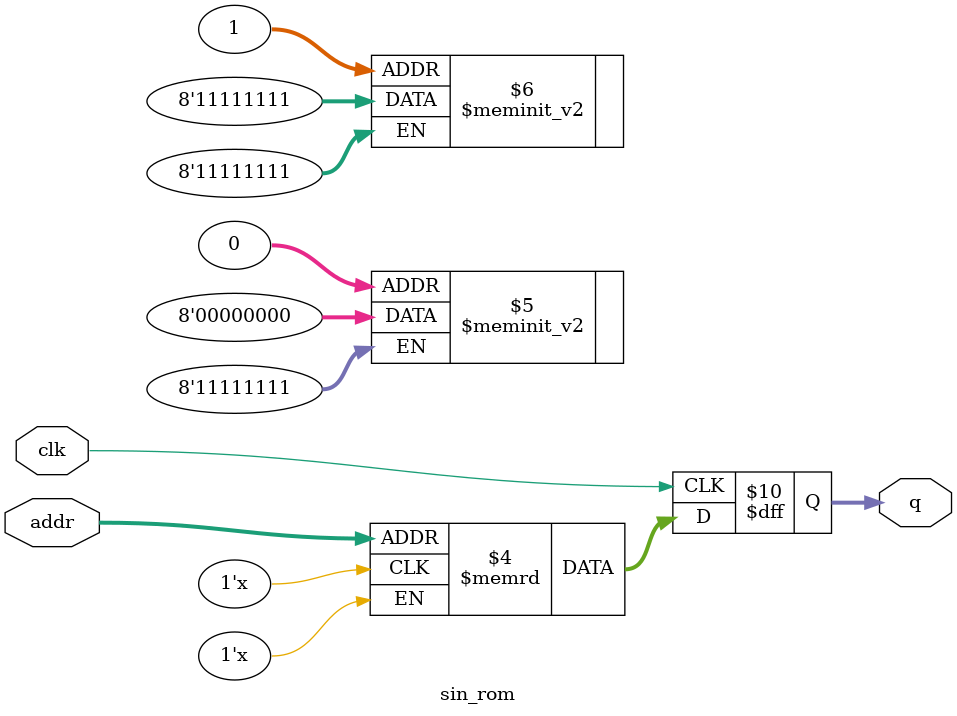
<source format=v>

module sin_rom
(
	input [7:0] addr,
	input clk, 
	output reg [7:0] q
);

	// Declare the ROM variable
	reg [7:0] rom[255:0];

	// Initialize the ROM with $readmemb.  Put the memory contents
	// in the file single_port_rom_init.txt.  Without this file,
	// this design will not compile.

	// See Verilog LRM 1364-2001 Section 17.2.8 for details on the
	// format of this file, or see the "Using $readmemb and $readmemh"
	// template later in this section.

	initial
	begin
		//$readmemh("sinetablehex.txt", rom);
		rom[0] <= 8'b00000000;
		rom[1] <= 8'b11111111;
		
	end

	always @ (posedge clk)
	begin
		q <= rom[addr];
	end

endmodule

</source>
